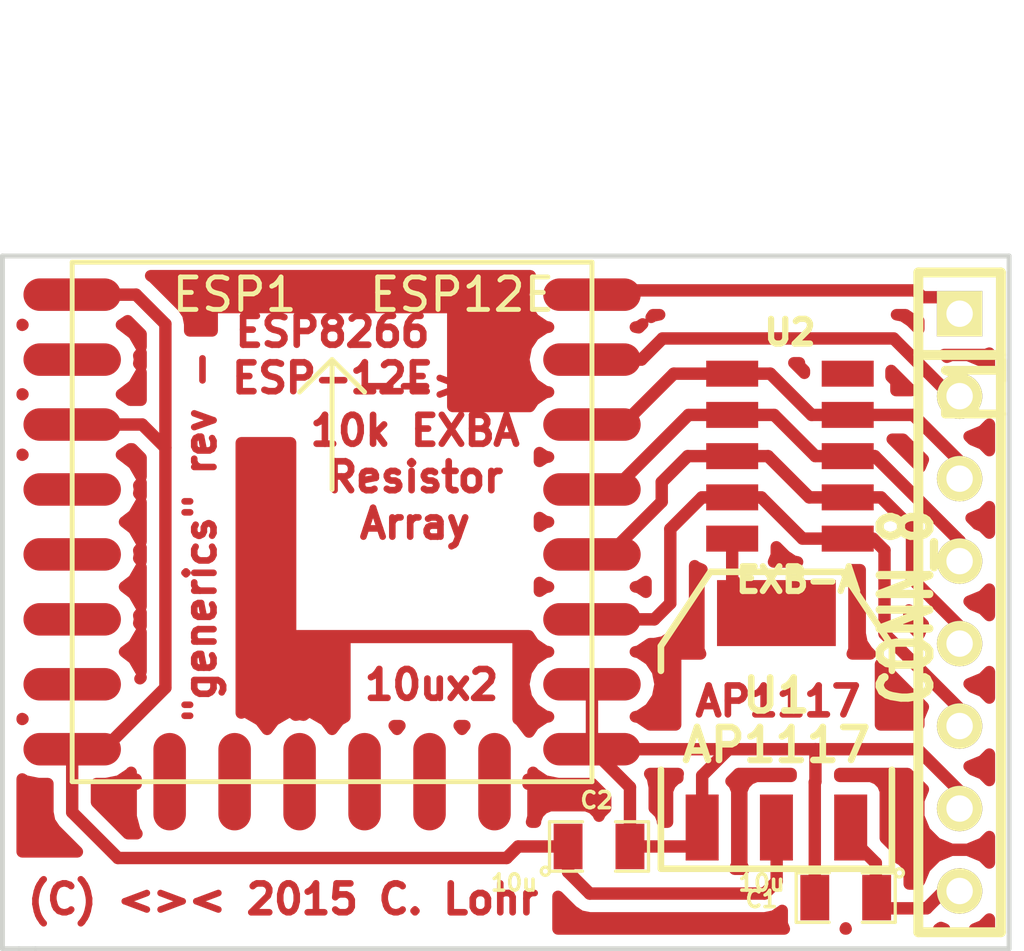
<source format=kicad_pcb>
(kicad_pcb (version 3) (host pcbnew "(2013-jul-07)-stable")

  (general
    (links 26)
    (no_connects 0)
    (area 64.440999 32.882999 95.88627 62.559001)
    (thickness 1.6)
    (drawings 12)
    (tracks 88)
    (zones 0)
    (modules 6)
    (nets 11)
  )

  (page User 139.7 139.7)
  (layers
    (15 F.Cu signal)
    (0 B.Cu signal)
    (16 B.Adhes user)
    (17 F.Adhes user)
    (18 B.Paste user)
    (19 F.Paste user)
    (20 B.SilkS user)
    (21 F.SilkS user)
    (22 B.Mask user)
    (23 F.Mask user)
    (24 Dwgs.User user)
    (25 Cmts.User user)
    (26 Eco1.User user)
    (27 Eco2.User user)
    (28 Edge.Cuts user)
  )

  (setup
    (last_trace_width 0.381)
    (trace_clearance 0.381)
    (zone_clearance 0.3556)
    (zone_45_only no)
    (trace_min 0.254)
    (segment_width 0.2)
    (edge_width 0.15)
    (via_size 0.889)
    (via_drill 0.635)
    (via_min_size 0.889)
    (via_min_drill 0.508)
    (uvia_size 0.508)
    (uvia_drill 0.127)
    (uvias_allowed no)
    (uvia_min_size 0.508)
    (uvia_min_drill 0.127)
    (pcb_text_width 0.2032)
    (pcb_text_size 0.889 0.889)
    (mod_edge_width 0.15)
    (mod_text_size 1.5 1.5)
    (mod_text_width 0.15)
    (pad_size 1.524 1.524)
    (pad_drill 0.762)
    (pad_to_mask_clearance 0.2)
    (aux_axis_origin 0 0)
    (visible_elements FFFFFFBF)
    (pcbplotparams
      (layerselection 32768)
      (usegerberextensions false)
      (excludeedgelayer true)
      (linewidth 0.100000)
      (plotframeref false)
      (viasonmask false)
      (mode 1)
      (useauxorigin false)
      (hpglpennumber 1)
      (hpglpenspeed 20)
      (hpglpendiameter 15)
      (hpglpenoverlay 2)
      (psnegative false)
      (psa4output false)
      (plotreference true)
      (plotvalue true)
      (plotothertext true)
      (plotinvisibletext false)
      (padsonsilk false)
      (subtractmaskfromsilk false)
      (outputformat 2)
      (mirror false)
      (drillshape 1)
      (scaleselection 1)
      (outputdirectory ""))
  )

  (net 0 "")
  (net 1 +3.3V)
  (net 2 +5V)
  (net 3 GND)
  (net 4 GPIO0)
  (net 5 GPIO2)
  (net 6 GPIO4)
  (net 7 GPIO5)
  (net 8 N-000003)
  (net 9 RX)
  (net 10 TX)

  (net_class Default "This is the default net class."
    (clearance 0.381)
    (trace_width 0.381)
    (via_dia 0.889)
    (via_drill 0.635)
    (uvia_dia 0.508)
    (uvia_drill 0.127)
    (add_net "")
    (add_net +3.3V)
    (add_net +5V)
    (add_net GND)
    (add_net GPIO0)
    (add_net GPIO2)
    (add_net GPIO4)
    (add_net GPIO5)
    (add_net N-000003)
    (add_net RX)
    (add_net TX)
  )

  (module SM0805 (layer F.Cu) (tedit 56195079) (tstamp 56194CC7)
    (at 90.4748 60.9092 180)
    (path /56194F36)
    (attr smd)
    (fp_text reference C1 (at 2.5908 -0.0508 180) (layer F.SilkS)
      (effects (font (size 0.50038 0.50038) (thickness 0.10922)))
    )
    (fp_text value 10u (at 2.5908 0.4572 180) (layer F.SilkS)
      (effects (font (size 0.50038 0.50038) (thickness 0.10922)))
    )
    (fp_circle (center -1.651 0.762) (end -1.651 0.635) (layer F.SilkS) (width 0.09906))
    (fp_line (start -0.508 0.762) (end -1.524 0.762) (layer F.SilkS) (width 0.09906))
    (fp_line (start -1.524 0.762) (end -1.524 -0.762) (layer F.SilkS) (width 0.09906))
    (fp_line (start -1.524 -0.762) (end -0.508 -0.762) (layer F.SilkS) (width 0.09906))
    (fp_line (start 0.508 -0.762) (end 1.524 -0.762) (layer F.SilkS) (width 0.09906))
    (fp_line (start 1.524 -0.762) (end 1.524 0.762) (layer F.SilkS) (width 0.09906))
    (fp_line (start 1.524 0.762) (end 0.508 0.762) (layer F.SilkS) (width 0.09906))
    (pad 1 smd rect (at -0.9525 0 180) (size 0.889 1.397)
      (layers F.Cu F.Paste F.Mask)
      (net 2 +5V)
    )
    (pad 2 smd rect (at 0.9525 0 180) (size 0.889 1.397)
      (layers F.Cu F.Paste F.Mask)
      (net 3 GND)
    )
    (model smd/chip_cms.wrl
      (at (xyz 0 0 0))
      (scale (xyz 0.1 0.1 0.1))
      (rotate (xyz 0 0 0))
    )
  )

  (module SM0805 (layer F.Cu) (tedit 56195074) (tstamp 56194CD4)
    (at 82.8802 59.3344)
    (path /56194F45)
    (attr smd)
    (fp_text reference C2 (at -0.0762 -1.4224) (layer F.SilkS)
      (effects (font (size 0.50038 0.50038) (thickness 0.10922)))
    )
    (fp_text value 10u (at -2.6162 1.1176) (layer F.SilkS)
      (effects (font (size 0.50038 0.50038) (thickness 0.10922)))
    )
    (fp_circle (center -1.651 0.762) (end -1.651 0.635) (layer F.SilkS) (width 0.09906))
    (fp_line (start -0.508 0.762) (end -1.524 0.762) (layer F.SilkS) (width 0.09906))
    (fp_line (start -1.524 0.762) (end -1.524 -0.762) (layer F.SilkS) (width 0.09906))
    (fp_line (start -1.524 -0.762) (end -0.508 -0.762) (layer F.SilkS) (width 0.09906))
    (fp_line (start 0.508 -0.762) (end 1.524 -0.762) (layer F.SilkS) (width 0.09906))
    (fp_line (start 1.524 -0.762) (end 1.524 0.762) (layer F.SilkS) (width 0.09906))
    (fp_line (start 1.524 0.762) (end 0.508 0.762) (layer F.SilkS) (width 0.09906))
    (pad 1 smd rect (at -0.9525 0) (size 0.889 1.397)
      (layers F.Cu F.Paste F.Mask)
      (net 1 +3.3V)
    )
    (pad 2 smd rect (at 0.9525 0) (size 0.889 1.397)
      (layers F.Cu F.Paste F.Mask)
      (net 3 GND)
    )
    (model smd/chip_cms.wrl
      (at (xyz 0 0 0))
      (scale (xyz 0.1 0.1 0.1))
      (rotate (xyz 0 0 0))
    )
  )

  (module SIL-8 (layer F.Cu) (tedit 56C7A81F) (tstamp 56194CE5)
    (at 93.98 51.816 270)
    (descr "Connecteur 8 pins")
    (tags "CONN DEV")
    (path /56194CDB)
    (fp_text reference P1 (at -6.604 -0.508 270) (layer F.SilkS)
      (effects (font (size 1.72974 1.08712) (thickness 0.3048)))
    )
    (fp_text value CONN_8 (at 0.1524 1.6256 270) (layer F.SilkS)
      (effects (font (size 1.524 1.016) (thickness 0.3048)))
    )
    (fp_line (start -10.16 -1.27) (end 10.16 -1.27) (layer F.SilkS) (width 0.3048))
    (fp_line (start 10.16 -1.27) (end 10.16 1.27) (layer F.SilkS) (width 0.3048))
    (fp_line (start 10.16 1.27) (end -10.16 1.27) (layer F.SilkS) (width 0.3048))
    (fp_line (start -10.16 1.27) (end -10.16 -1.27) (layer F.SilkS) (width 0.3048))
    (fp_line (start -7.62 1.27) (end -7.62 -1.27) (layer F.SilkS) (width 0.3048))
    (pad 1 thru_hole rect (at -8.89 0 270) (size 1.397 1.397) (drill 0.8128)
      (layers *.Cu *.Mask F.SilkS)
      (net 10 TX)
    )
    (pad 2 thru_hole circle (at -6.35 0 270) (size 1.397 1.397) (drill 0.8128)
      (layers *.Cu *.Mask F.SilkS)
      (net 9 RX)
    )
    (pad 3 thru_hole circle (at -3.81 0 270) (size 1.397 1.397) (drill 0.8128)
      (layers *.Cu *.Mask F.SilkS)
      (net 7 GPIO5)
    )
    (pad 4 thru_hole circle (at -1.27 0 270) (size 1.397 1.397) (drill 0.8128)
      (layers *.Cu *.Mask F.SilkS)
      (net 6 GPIO4)
    )
    (pad 5 thru_hole circle (at 1.27 0 270) (size 1.397 1.397) (drill 0.8128)
      (layers *.Cu *.Mask F.SilkS)
      (net 4 GPIO0)
    )
    (pad 6 thru_hole circle (at 3.81 0 270) (size 1.397 1.397) (drill 0.8128)
      (layers *.Cu *.Mask F.SilkS)
      (net 5 GPIO2)
    )
    (pad 7 thru_hole circle (at 6.35 0 270) (size 1.397 1.397) (drill 0.8128)
      (layers *.Cu *.Mask F.SilkS)
      (net 3 GND)
    )
    (pad 8 thru_hole circle (at 8.89 0 270) (size 1.397 1.397) (drill 0.8128)
      (layers *.Cu *.Mask F.SilkS)
      (net 2 +5V)
    )
  )

  (module EXB-A (layer F.Cu) (tedit 52D0B57E) (tstamp 56197883)
    (at 88.75776 47.31258)
    (path /56194CEA)
    (fp_text reference U2 (at 0 -3.81) (layer F.SilkS)
      (effects (font (size 0.762 0.762) (thickness 0.1905)))
    )
    (fp_text value EXB-A (at 0.254 3.81) (layer F.SilkS)
      (effects (font (size 0.762 0.762) (thickness 0.1905)))
    )
    (pad 1 smd rect (at -1.778 -2.54 90) (size 0.8001 1.6002)
      (layers F.Cu F.Paste F.Mask)
      (net 7 GPIO5)
    )
    (pad 2 smd rect (at -1.778 -1.27 90) (size 0.8001 1.6002)
      (layers F.Cu F.Paste F.Mask)
      (net 6 GPIO4)
    )
    (pad 3 smd rect (at -1.778 0 90) (size 0.8001 1.6002)
      (layers F.Cu F.Paste F.Mask)
      (net 4 GPIO0)
    )
    (pad 4 smd rect (at -1.778 1.27 90) (size 0.8001 1.6002)
      (layers F.Cu F.Paste F.Mask)
      (net 5 GPIO2)
    )
    (pad 5 smd rect (at -1.778 2.54 90) (size 0.8001 1.6002)
      (layers F.Cu F.Paste F.Mask)
      (net 8 N-000003)
    )
    (pad 6 smd rect (at 1.778 2.54 90) (size 0.8001 1.6002)
      (layers F.Cu F.Paste F.Mask)
      (net 5 GPIO2)
    )
    (pad 7 smd rect (at 1.778 1.27 90) (size 0.8001 1.6002)
      (layers F.Cu F.Paste F.Mask)
      (net 4 GPIO0)
    )
    (pad 8 smd rect (at 1.778 0 90) (size 0.8001 1.6002)
      (layers F.Cu F.Paste F.Mask)
      (net 6 GPIO4)
    )
    (pad 9 smd rect (at 1.778 -1.27 90) (size 0.8001 1.6002)
      (layers F.Cu F.Paste F.Mask)
      (net 7 GPIO5)
    )
    (pad 10 smd rect (at 1.778 -2.54 90) (size 0.8001 1.6002)
      (layers F.Cu F.Paste F.Mask)
    )
  )

  (module ESP12E (layer F.Cu) (tedit 560D9068) (tstamp 56194D17)
    (at 74.6633 45.339)
    (path /5619493D)
    (fp_text reference ESP1 (at -3 -3) (layer F.SilkS)
      (effects (font (size 1 1) (thickness 0.15)))
    )
    (fp_text value ESP12E (at 4 -3) (layer F.SilkS)
      (effects (font (size 1 1) (thickness 0.15)))
    )
    (fp_line (start 0 -1) (end -1 0) (layer F.SilkS) (width 0.15))
    (fp_line (start 0 -1) (end 1 0) (layer F.SilkS) (width 0.15))
    (fp_line (start 0 -1) (end 0 3) (layer F.SilkS) (width 0.15))
    (fp_line (start -8 12) (end -8 -4) (layer F.SilkS) (width 0.15))
    (fp_line (start -8 -4) (end 8 -4) (layer F.SilkS) (width 0.15))
    (fp_line (start 8 -4) (end 8 12) (layer F.SilkS) (width 0.15))
    (fp_line (start 8 -12) (end -8 -12) (layer Dwgs.User) (width 0.15))
    (fp_line (start -8 -12) (end -8 12) (layer Dwgs.User) (width 0.15))
    (fp_line (start -8 12) (end 8 12) (layer F.SilkS) (width 0.15))
    (fp_line (start 8 12) (end 8 -12) (layer Dwgs.User) (width 0.15))
    (pad 1 smd oval (at -8 -3) (size 3 1)
      (layers F.Cu F.Paste F.Mask)
      (net 1 +3.3V)
    )
    (pad 2 smd oval (at -8 -1) (size 3 1)
      (layers F.Cu F.Paste F.Mask)
    )
    (pad 3 smd oval (at -8 1) (size 3 1)
      (layers F.Cu F.Paste F.Mask)
      (net 1 +3.3V)
    )
    (pad 4 smd oval (at -8 3) (size 3 1)
      (layers F.Cu F.Paste F.Mask)
    )
    (pad 5 smd oval (at -8 5) (size 3 1)
      (layers F.Cu F.Paste F.Mask)
    )
    (pad 6 smd oval (at -8 7) (size 3 1)
      (layers F.Cu F.Paste F.Mask)
    )
    (pad 7 smd oval (at -8 9) (size 3 1)
      (layers F.Cu F.Paste F.Mask)
    )
    (pad 8 smd oval (at -8 11) (size 3 1)
      (layers F.Cu F.Paste F.Mask)
      (net 1 +3.3V)
    )
    (pad 9 smd oval (at -5 12 90) (size 3 1)
      (layers F.Cu F.Paste F.Mask)
    )
    (pad 10 smd oval (at -3 12 90) (size 3 1)
      (layers F.Cu F.Paste F.Mask)
    )
    (pad 11 smd oval (at -1 12 90) (size 3 1)
      (layers F.Cu F.Paste F.Mask)
    )
    (pad 12 smd oval (at 1 12 90) (size 3 1)
      (layers F.Cu F.Paste F.Mask)
    )
    (pad 13 smd oval (at 3 12 90) (size 3 1)
      (layers F.Cu F.Paste F.Mask)
    )
    (pad 14 smd oval (at 5 12 90) (size 3 1)
      (layers F.Cu F.Paste F.Mask)
    )
    (pad 15 smd oval (at 8 11 180) (size 3 1)
      (layers F.Cu F.Paste F.Mask)
      (net 3 GND)
    )
    (pad 16 smd oval (at 8 9 180) (size 3 1)
      (layers F.Cu F.Paste F.Mask)
      (net 3 GND)
    )
    (pad 17 smd oval (at 8 7 180) (size 3 1)
      (layers F.Cu F.Paste F.Mask)
      (net 5 GPIO2)
    )
    (pad 18 smd oval (at 8 5 180) (size 3 1)
      (layers F.Cu F.Paste F.Mask)
      (net 4 GPIO0)
    )
    (pad 19 smd oval (at 8 3 180) (size 3 1)
      (layers F.Cu F.Paste F.Mask)
      (net 6 GPIO4)
    )
    (pad 20 smd oval (at 8 1 180) (size 3 1)
      (layers F.Cu F.Paste F.Mask)
      (net 7 GPIO5)
    )
    (pad 21 smd oval (at 8 -1 180) (size 3 1)
      (layers F.Cu F.Paste F.Mask)
      (net 9 RX)
    )
    (pad 22 smd oval (at 8 -3 180) (size 3 1)
      (layers F.Cu F.Paste F.Mask)
      (net 10 TX)
    )
  )

  (module SOT223 (layer F.Cu) (tedit 200000) (tstamp 561976D8)
    (at 88.3412 55.4482)
    (descr "module CMS SOT223 4 pins")
    (tags "CMS SOT")
    (path /5619494C)
    (attr smd)
    (fp_text reference U1 (at 0 -0.762) (layer F.SilkS)
      (effects (font (size 1.016 1.016) (thickness 0.2032)))
    )
    (fp_text value AP1117 (at 0 0.762) (layer F.SilkS)
      (effects (font (size 1.016 1.016) (thickness 0.2032)))
    )
    (fp_line (start -3.556 1.524) (end -3.556 4.572) (layer F.SilkS) (width 0.2032))
    (fp_line (start -3.556 4.572) (end 3.556 4.572) (layer F.SilkS) (width 0.2032))
    (fp_line (start 3.556 4.572) (end 3.556 1.524) (layer F.SilkS) (width 0.2032))
    (fp_line (start -3.556 -1.524) (end -3.556 -2.286) (layer F.SilkS) (width 0.2032))
    (fp_line (start -3.556 -2.286) (end -2.032 -4.572) (layer F.SilkS) (width 0.2032))
    (fp_line (start -2.032 -4.572) (end 2.032 -4.572) (layer F.SilkS) (width 0.2032))
    (fp_line (start 2.032 -4.572) (end 3.556 -2.286) (layer F.SilkS) (width 0.2032))
    (fp_line (start 3.556 -2.286) (end 3.556 -1.524) (layer F.SilkS) (width 0.2032))
    (pad 4 smd rect (at 0 -3.302) (size 3.6576 2.032)
      (layers F.Cu F.Paste F.Mask)
      (net 8 N-000003)
    )
    (pad 2 smd rect (at 0 3.302) (size 1.016 2.032)
      (layers F.Cu F.Paste F.Mask)
      (net 1 +3.3V)
    )
    (pad 3 smd rect (at 2.286 3.302) (size 1.016 2.032)
      (layers F.Cu F.Paste F.Mask)
      (net 2 +5V)
    )
    (pad 1 smd rect (at -2.286 3.302) (size 1.016 2.032)
      (layers F.Cu F.Paste F.Mask)
      (net 3 GND)
    )
    (model smd/SOT223.wrl
      (at (xyz 0 0 0))
      (scale (xyz 0.4 0.4 0.4))
      (rotate (xyz 0 0 0))
    )
  )

  (gr_text "\"generics\" rev -" (at 70.612 49.784 90) (layer F.Cu)
    (effects (font (size 0.889 0.889) (thickness 0.2032)))
  )
  (gr_text "(C) <>< 2015 C. Lohr" (at 73.152 60.96) (layer F.Cu)
    (effects (font (size 0.889 0.889) (thickness 0.2032)))
  )
  (gr_text 10ux2 (at 77.724 54.356) (layer F.Cu)
    (effects (font (size 0.889 0.889) (thickness 0.2032)))
  )
  (gr_text "-->\n10k EXBA\nResistor\nArray" (at 77.216 47.244) (layer F.Cu)
    (effects (font (size 0.889 0.889) (thickness 0.2032)))
  )
  (gr_text "ESP8266\nESP-12E" (at 74.676 44.196) (layer F.Cu)
    (effects (font (size 0.889 0.889) (thickness 0.2032)))
  )
  (gr_text AP1117 (at 88.392 54.864) (layer F.Cu)
    (effects (font (size 0.889 0.889) (thickness 0.2032)))
  )
  (gr_line (start 64.516 41.148) (end 95.504 41.148) (angle 90) (layer Edge.Cuts) (width 0.15))
  (gr_line (start 64.516 62.484) (end 64.516 41.148) (angle 90) (layer Edge.Cuts) (width 0.15))
  (gr_line (start 65.024 62.484) (end 64.516 62.484) (angle 90) (layer Edge.Cuts) (width 0.15))
  (gr_line (start 65.532 62.484) (end 65.024 62.484) (angle 90) (layer Edge.Cuts) (width 0.15))
  (gr_line (start 95.504 62.484) (end 65.532 62.484) (angle 90) (layer Edge.Cuts) (width 0.15))
  (gr_line (start 95.504 41.148) (end 95.504 62.484) (angle 90) (layer Edge.Cuts) (width 0.15))

  (segment (start 81.9277 59.3344) (end 81.9277 60.11926) (width 0.381) (layer F.Cu) (net 1))
  (segment (start 88.34882 60.4139) (end 88.34882 59.07786) (width 0.381) (layer F.Cu) (net 1) (tstamp 5619797D))
  (segment (start 87.97798 60.78474) (end 88.34882 60.4139) (width 0.381) (layer F.Cu) (net 1) (tstamp 5619797C))
  (segment (start 82.59318 60.78474) (end 87.97798 60.78474) (width 0.381) (layer F.Cu) (net 1) (tstamp 5619797A))
  (segment (start 81.9277 60.11926) (end 82.59318 60.78474) (width 0.381) (layer F.Cu) (net 1) (tstamp 56197979))
  (segment (start 81.9277 59.3344) (end 80.391 59.3344) (width 0.381) (layer F.Cu) (net 1))
  (segment (start 66.6633 58.2813) (end 66.6633 56.339) (width 0.381) (layer F.Cu) (net 1) (tstamp 56197976))
  (segment (start 68.072 59.69) (end 66.6633 58.2813) (width 0.381) (layer F.Cu) (net 1) (tstamp 56197975))
  (segment (start 80.0354 59.69) (end 68.072 59.69) (width 0.381) (layer F.Cu) (net 1) (tstamp 56197974))
  (segment (start 80.391 59.3344) (end 80.0354 59.69) (width 0.381) (layer F.Cu) (net 1) (tstamp 56197973))
  (segment (start 66.6633 42.339) (end 68.628 42.339) (width 0.381) (layer F.Cu) (net 1))
  (segment (start 69.5325 43.2435) (end 69.5325 47.0535) (width 0.381) (layer F.Cu) (net 1) (tstamp 56197853))
  (segment (start 68.628 42.339) (end 69.5325 43.2435) (width 0.381) (layer F.Cu) (net 1) (tstamp 56197852))
  (segment (start 66.6633 56.339) (end 67.6384 56.339) (width 0.381) (layer F.Cu) (net 1))
  (segment (start 68.818 46.339) (end 66.6633 46.339) (width 0.381) (layer F.Cu) (net 1) (tstamp 5619784F))
  (segment (start 69.5325 47.0535) (end 68.818 46.339) (width 0.381) (layer F.Cu) (net 1) (tstamp 5619784E))
  (segment (start 69.5325 54.4449) (end 69.5325 47.0535) (width 0.381) (layer F.Cu) (net 1) (tstamp 5619784C))
  (segment (start 67.6384 56.339) (end 69.5325 54.4449) (width 0.381) (layer F.Cu) (net 1) (tstamp 5619784B))
  (segment (start 91.4019 61.2394) (end 92.964 61.2394) (width 0.381) (layer F.Cu) (net 2))
  (segment (start 92.964 61.2394) (end 94.0054 60.198) (width 0.381) (layer F.Cu) (net 2) (tstamp 56197992))
  (segment (start 91.4019 61.2394) (end 91.4019 59.84494) (width 0.381) (layer F.Cu) (net 2))
  (segment (start 91.4019 59.84494) (end 90.63482 59.07786) (width 0.381) (layer F.Cu) (net 2) (tstamp 5619798F))
  (segment (start 86.0552 58.7502) (end 86.0552 57.15254) (width 0.381) (layer F.Cu) (net 3))
  (segment (start 86.0552 57.15254) (end 86.86874 56.339) (width 0.381) (layer F.Cu) (net 3) (tstamp 561979BC))
  (segment (start 89.5223 60.9092) (end 89.5223 57.35828) (width 0.381) (layer F.Cu) (net 3))
  (segment (start 89.54262 57.33796) (end 89.54262 56.339) (width 0.381) (layer F.Cu) (net 3) (tstamp 561979B6))
  (segment (start 89.5223 57.35828) (end 89.54262 57.33796) (width 0.381) (layer F.Cu) (net 3) (tstamp 561979B5))
  (segment (start 82.6633 56.339) (end 86.86874 56.339) (width 0.381) (layer F.Cu) (net 3))
  (segment (start 86.86874 56.339) (end 89.54262 56.339) (width 0.381) (layer F.Cu) (net 3) (tstamp 561979BF))
  (segment (start 89.54262 56.339) (end 92.6864 56.339) (width 0.381) (layer F.Cu) (net 3) (tstamp 561979BA))
  (segment (start 92.6864 56.339) (end 94.0054 57.658) (width 0.381) (layer F.Cu) (net 3) (tstamp 5619796E))
  (segment (start 82.6633 56.339) (end 82.6633 54.339) (width 0.381) (layer F.Cu) (net 3))
  (segment (start 83.8327 59.3344) (end 83.8327 57.5084) (width 0.381) (layer F.Cu) (net 3))
  (segment (start 83.8327 57.5084) (end 82.6633 56.339) (width 0.381) (layer F.Cu) (net 3) (tstamp 56197969))
  (segment (start 83.8327 59.3344) (end 85.80628 59.3344) (width 0.381) (layer F.Cu) (net 3))
  (segment (start 85.80628 59.3344) (end 86.06282 59.07786) (width 0.381) (layer F.Cu) (net 3) (tstamp 56197966))
  (segment (start 90.53576 48.58258) (end 91.55938 48.58258) (width 0.381) (layer F.Cu) (net 4))
  (segment (start 92.51442 51.08702) (end 94.0054 52.578) (width 0.381) (layer F.Cu) (net 4) (tstamp 56197939))
  (segment (start 92.51442 49.53762) (end 92.51442 51.08702) (width 0.381) (layer F.Cu) (net 4) (tstamp 56197938))
  (segment (start 91.55938 48.58258) (end 92.51442 49.53762) (width 0.381) (layer F.Cu) (net 4) (tstamp 56197937))
  (segment (start 86.97976 47.31258) (end 88.08212 47.31258) (width 0.381) (layer F.Cu) (net 4))
  (segment (start 89.35212 48.58258) (end 90.53576 48.58258) (width 0.381) (layer F.Cu) (net 4) (tstamp 5619791D))
  (segment (start 88.08212 47.31258) (end 89.35212 48.58258) (width 0.381) (layer F.Cu) (net 4) (tstamp 5619791C))
  (segment (start 86.97976 47.31258) (end 85.6107 47.31258) (width 0.381) (layer F.Cu) (net 4))
  (segment (start 83.1888 50.339) (end 82.6633 50.339) (width 0.381) (layer F.Cu) (net 4) (tstamp 561978F9))
  (segment (start 84.8106 48.7172) (end 83.1888 50.339) (width 0.381) (layer F.Cu) (net 4) (tstamp 561978F8))
  (segment (start 84.8106 48.11268) (end 84.8106 48.7172) (width 0.381) (layer F.Cu) (net 4) (tstamp 561978F7))
  (segment (start 85.6107 47.31258) (end 84.8106 48.11268) (width 0.381) (layer F.Cu) (net 4) (tstamp 561978F6))
  (segment (start 90.53576 49.85258) (end 91.31046 49.85258) (width 0.381) (layer F.Cu) (net 5))
  (segment (start 91.6686 52.7812) (end 94.0054 55.118) (width 0.381) (layer F.Cu) (net 5) (tstamp 5619793E))
  (segment (start 91.6686 50.21072) (end 91.6686 52.7812) (width 0.381) (layer F.Cu) (net 5) (tstamp 5619793D))
  (segment (start 91.31046 49.85258) (end 91.6686 50.21072) (width 0.381) (layer F.Cu) (net 5) (tstamp 5619793C))
  (segment (start 86.97976 48.58258) (end 87.87638 48.58258) (width 0.381) (layer F.Cu) (net 5))
  (segment (start 89.14638 49.85258) (end 90.53576 49.85258) (width 0.381) (layer F.Cu) (net 5) (tstamp 56197919))
  (segment (start 87.87638 48.58258) (end 89.14638 49.85258) (width 0.381) (layer F.Cu) (net 5) (tstamp 56197918))
  (segment (start 86.97976 48.58258) (end 86.04758 48.58258) (width 0.381) (layer F.Cu) (net 5))
  (segment (start 84.58224 52.339) (end 82.6633 52.339) (width 0.381) (layer F.Cu) (net 5) (tstamp 561978FF))
  (segment (start 85.07476 51.84648) (end 84.58224 52.339) (width 0.381) (layer F.Cu) (net 5) (tstamp 561978FE))
  (segment (start 85.07476 49.5554) (end 85.07476 51.84648) (width 0.381) (layer F.Cu) (net 5) (tstamp 561978FD))
  (segment (start 86.04758 48.58258) (end 85.07476 49.5554) (width 0.381) (layer F.Cu) (net 5) (tstamp 561978FC))
  (segment (start 93.98 50.546) (end 93.98 49.925566) (width 0.381) (layer F.Cu) (net 6))
  (segment (start 91.367014 47.31258) (end 90.53576 47.31258) (width 0.381) (layer F.Cu) (net 6) (tstamp 56197A17))
  (segment (start 93.98 49.925566) (end 91.367014 47.31258) (width 0.381) (layer F.Cu) (net 6) (tstamp 56197A16))
  (segment (start 86.97976 46.04258) (end 88.27008 46.04258) (width 0.381) (layer F.Cu) (net 6))
  (segment (start 89.54008 47.31258) (end 90.53576 47.31258) (width 0.381) (layer F.Cu) (net 6) (tstamp 56197921))
  (segment (start 88.27008 46.04258) (end 89.54008 47.31258) (width 0.381) (layer F.Cu) (net 6) (tstamp 56197920))
  (segment (start 86.97976 46.04258) (end 85.6361 46.04258) (width 0.381) (layer F.Cu) (net 6))
  (segment (start 83.33968 48.339) (end 82.6633 48.339) (width 0.381) (layer F.Cu) (net 6) (tstamp 561978F3))
  (segment (start 85.6361 46.04258) (end 83.33968 48.339) (width 0.381) (layer F.Cu) (net 6) (tstamp 561978F2))
  (segment (start 90.53576 46.04258) (end 92.54998 46.04258) (width 0.381) (layer F.Cu) (net 7))
  (segment (start 92.54998 46.04258) (end 94.0054 47.498) (width 0.381) (layer F.Cu) (net 7) (tstamp 56197929))
  (segment (start 86.97976 44.77258) (end 88.15324 44.77258) (width 0.381) (layer F.Cu) (net 7))
  (segment (start 89.42324 46.04258) (end 90.53576 46.04258) (width 0.381) (layer F.Cu) (net 7) (tstamp 56197925))
  (segment (start 88.15324 44.77258) (end 89.42324 46.04258) (width 0.381) (layer F.Cu) (net 7) (tstamp 56197924))
  (segment (start 86.97976 44.77258) (end 85.18144 44.77258) (width 0.381) (layer F.Cu) (net 7))
  (segment (start 83.61502 46.339) (end 82.6633 46.339) (width 0.381) (layer F.Cu) (net 7) (tstamp 561978EF))
  (segment (start 85.18144 44.77258) (end 83.61502 46.339) (width 0.381) (layer F.Cu) (net 7) (tstamp 561978EE))
  (segment (start 86.97976 49.85258) (end 86.97976 51.1048) (width 0.381) (layer F.Cu) (net 8))
  (segment (start 86.97976 51.1048) (end 88.34882 52.47386) (width 0.381) (layer F.Cu) (net 8) (tstamp 56197915))
  (segment (start 93.98 45.466) (end 93.726 45.466) (width 0.381) (layer F.Cu) (net 9))
  (segment (start 84.185 44.339) (end 82.6633 44.339) (width 0.381) (layer F.Cu) (net 9) (tstamp 56197A1E))
  (segment (start 84.836 43.688) (end 84.185 44.339) (width 0.381) (layer F.Cu) (net 9) (tstamp 56197A1D))
  (segment (start 91.948 43.688) (end 84.836 43.688) (width 0.381) (layer F.Cu) (net 9) (tstamp 56197A1B))
  (segment (start 93.726 45.466) (end 91.948 43.688) (width 0.381) (layer F.Cu) (net 9) (tstamp 56197A1A))
  (segment (start 94.0054 42.418) (end 92.83192 42.418) (width 0.381) (layer F.Cu) (net 10))
  (segment (start 82.79512 42.20718) (end 82.6633 42.339) (width 0.381) (layer F.Cu) (net 10) (tstamp 561978D0))
  (segment (start 92.6211 42.20718) (end 82.79512 42.20718) (width 0.381) (layer F.Cu) (net 10) (tstamp 561978CF))
  (segment (start 92.83192 42.418) (end 92.6211 42.20718) (width 0.381) (layer F.Cu) (net 10) (tstamp 561978CE))

  (zone (net 0) (net_name "") (layer F.Cu) (tstamp 56197A13) (hatch edge 0.508)
    (connect_pads (clearance 0.3556))
    (min_thickness 0.3556)
    (fill (arc_segments 16) (thermal_gap 0.508) (thermal_bridge_width 0.508))
    (polygon
      (pts
        (xy 95.504 62.484) (xy 95.504 41.148) (xy 64.516 41.148) (xy 64.516 62.484) (xy 65.024 62.484)
      )
    )
    (filled_polygon
      (pts
        (xy 65.147654 43.270347) (xy 65.139114 43.272624) (xy 65.1244 43.283884) (xy 65.1244 43.254808) (xy 65.147654 43.270347)
      )
    )
    (filled_polygon
      (pts
        (xy 65.147654 45.407652) (xy 65.1244 45.423191) (xy 65.1244 45.394115) (xy 65.139114 45.405376) (xy 65.147654 45.407652)
      )
    )
    (filled_polygon
      (pts
        (xy 65.147654 47.270347) (xy 65.139114 47.272624) (xy 65.1244 47.283884) (xy 65.1244 47.254808) (xy 65.147654 47.270347)
      )
    )
    (filled_polygon
      (pts
        (xy 65.147654 55.407652) (xy 65.1244 55.423191) (xy 65.1244 55.394115) (xy 65.139114 55.405376) (xy 65.147654 55.407652)
      )
    )
    (filled_polygon
      (pts
        (xy 66.821829 59.4995) (xy 65.1244 59.4995) (xy 65.1244 57.254808) (xy 65.217781 57.317204) (xy 65.622966 57.3978)
        (xy 65.914 57.3978) (xy 65.914 58.2813) (xy 65.971037 58.568045) (xy 66.133465 58.811135) (xy 66.821829 59.4995)
      )
    )
    (filled_polygon
      (pts
        (xy 68.656245 58.9407) (xy 68.38237 58.9407) (xy 67.4126 57.970929) (xy 67.4126 57.3978) (xy 67.703634 57.3978)
        (xy 68.108819 57.317204) (xy 68.452319 57.087685) (xy 68.4775 57.049998) (xy 68.4775 57.2628) (xy 68.6299 57.2628)
        (xy 68.6299 57.4152) (xy 68.4775 57.4152) (xy 68.4775 58.4152) (xy 68.596924 58.863186) (xy 68.656245 58.9407)
      )
    )
    (filled_polygon
      (pts
        (xy 68.7832 43.947328) (xy 68.555669 43.554394) (xy 68.187486 43.272624) (xy 68.178945 43.270347) (xy 68.37121 43.14188)
        (xy 68.7832 43.55387) (xy 68.7832 43.947328)
      )
    )
    (filled_polygon
      (pts
        (xy 68.7832 44.552553) (xy 68.712 44.46235) (xy 68.736536 44.339) (xy 68.712 44.215649) (xy 68.7832 44.125446)
        (xy 68.7832 44.552553)
      )
    )
    (filled_polygon
      (pts
        (xy 68.7832 45.5897) (xy 68.451398 45.5897) (xy 68.178945 45.407652) (xy 68.187486 45.405376) (xy 68.555669 45.123606)
        (xy 68.7832 44.730671) (xy 68.7832 45.5897)
      )
    )
    (filled_polygon
      (pts
        (xy 68.7832 47.947328) (xy 68.555669 47.554394) (xy 68.187486 47.272624) (xy 68.178945 47.270347) (xy 68.451398 47.0883)
        (xy 68.507629 47.0883) (xy 68.7832 47.36387) (xy 68.7832 47.947328)
      )
    )
    (filled_polygon
      (pts
        (xy 68.7832 48.552553) (xy 68.712 48.46235) (xy 68.736536 48.339) (xy 68.712 48.215649) (xy 68.7832 48.125446)
        (xy 68.7832 48.552553)
      )
    )
    (filled_polygon
      (pts
        (xy 68.7832 49.947328) (xy 68.555669 49.554394) (xy 68.274218 49.339) (xy 68.555669 49.123606) (xy 68.7832 48.730671)
        (xy 68.7832 49.947328)
      )
    )
    (filled_polygon
      (pts
        (xy 68.7832 50.552553) (xy 68.712 50.46235) (xy 68.736536 50.339) (xy 68.712 50.215649) (xy 68.7832 50.125446)
        (xy 68.7832 50.552553)
      )
    )
    (filled_polygon
      (pts
        (xy 68.7832 51.947328) (xy 68.555669 51.554394) (xy 68.274218 51.339) (xy 68.555669 51.123606) (xy 68.7832 50.730671)
        (xy 68.7832 51.947328)
      )
    )
    (filled_polygon
      (pts
        (xy 68.7832 52.552553) (xy 68.712 52.46235) (xy 68.736536 52.339) (xy 68.712 52.215649) (xy 68.7832 52.125446)
        (xy 68.7832 52.552553)
      )
    )
    (filled_polygon
      (pts
        (xy 68.7832 53.947328) (xy 68.555669 53.554394) (xy 68.274218 53.339) (xy 68.555669 53.123606) (xy 68.7832 52.730671)
        (xy 68.7832 53.947328)
      )
    )
    (filled_polygon
      (pts
        (xy 68.7832 54.13453) (xy 68.749166 54.168563) (xy 68.7832 54.125446) (xy 68.7832 54.13453)
      )
    )
    (filled_polygon
      (pts
        (xy 76.751142 55.6133) (xy 76.6633 55.728081) (xy 76.575457 55.6133) (xy 76.751142 55.6133)
      )
    )
    (filled_polygon
      (pts
        (xy 78.751142 55.6133) (xy 78.6633 55.728081) (xy 78.575457 55.6133) (xy 78.751142 55.6133)
      )
    )
    (filled_polygon
      (pts
        (xy 81.327357 45.339) (xy 81.217781 45.360796) (xy 80.874281 45.590315) (xy 80.745199 45.7835) (xy 78.380167 45.7835)
        (xy 78.380167 42.7355) (xy 70.971833 42.7355) (xy 70.971833 43.455168) (xy 70.2818 43.455168) (xy 70.2818 43.2435)
        (xy 70.224763 42.956755) (xy 70.062335 42.713665) (xy 69.157835 41.809165) (xy 69.078866 41.7564) (xy 80.763306 41.7564)
        (xy 80.644762 41.933815) (xy 80.564166 42.339) (xy 80.644762 42.744185) (xy 80.874281 43.087685) (xy 81.217781 43.317204)
        (xy 81.327357 43.339) (xy 81.217781 43.360796) (xy 80.874281 43.590315) (xy 80.644762 43.933815) (xy 80.564166 44.339)
        (xy 80.644762 44.744185) (xy 80.874281 45.087685) (xy 81.217781 45.317204) (xy 81.327357 45.339)
      )
    )
    (filled_polygon
      (pts
        (xy 81.327357 47.339) (xy 81.217781 47.360796) (xy 81.047167 47.474796) (xy 81.047167 47.203203) (xy 81.217781 47.317204)
        (xy 81.327357 47.339)
      )
    )
    (filled_polygon
      (pts
        (xy 81.327357 49.339) (xy 81.217781 49.360796) (xy 81.047167 49.474796) (xy 81.047167 49.203203) (xy 81.217781 49.317204)
        (xy 81.327357 49.339)
      )
    )
    (filled_polygon
      (pts
        (xy 81.327357 51.339) (xy 81.217781 51.360796) (xy 81.047167 51.474796) (xy 81.047167 51.203203) (xy 81.217781 51.317204)
        (xy 81.327357 51.339)
      )
    )
    (filled_polygon
      (pts
        (xy 81.327357 55.339) (xy 81.217781 55.360796) (xy 80.874281 55.590315) (xy 80.726792 55.811046) (xy 80.447906 55.446631)
        (xy 80.391001 55.413679) (xy 80.391001 52.8955) (xy 75.057 52.8955) (xy 75.057 55.343381) (xy 74.878694 55.446631)
        (xy 74.6633 55.728081) (xy 74.447906 55.446631) (xy 74.046687 55.214303) (xy 73.923678 55.18214) (xy 73.78665 55.290299)
        (xy 73.6633 55.265764) (xy 73.539949 55.290299) (xy 73.402922 55.18214) (xy 73.279913 55.214303) (xy 72.878694 55.446631)
        (xy 72.6633 55.728081) (xy 72.447906 55.446631) (xy 72.046687 55.214303) (xy 71.923678 55.18214) (xy 71.8693 55.225062)
        (xy 71.8693 46.9011) (xy 73.384833 46.9011) (xy 73.384833 52.8447) (xy 80.711923 52.8447) (xy 80.874281 53.087685)
        (xy 81.217781 53.317204) (xy 81.327357 53.339) (xy 81.217781 53.360796) (xy 80.874281 53.590315) (xy 80.644762 53.933815)
        (xy 80.564166 54.339) (xy 80.644762 54.744185) (xy 80.874281 55.087685) (xy 81.217781 55.317204) (xy 81.327357 55.339)
      )
    )
    (filled_polygon
      (pts
        (xy 83.0834 58.157219) (xy 83.07208 58.161897) (xy 82.91475 58.318952) (xy 82.88022 58.402107) (xy 82.846203 58.31978)
        (xy 82.689148 58.16245) (xy 82.48384 58.077198) (xy 82.261536 58.077004) (xy 81.372536 58.077004) (xy 81.16708 58.161897)
        (xy 81.00975 58.318952) (xy 80.924498 58.52426) (xy 80.924444 58.5851) (xy 80.803808 58.5851) (xy 80.8491 58.4152)
        (xy 80.8491 57.4152) (xy 80.6967 57.4152) (xy 80.6967 57.2628) (xy 80.8491 57.2628) (xy 80.8491 57.049998)
        (xy 80.874281 57.087685) (xy 81.217781 57.317204) (xy 81.622966 57.3978) (xy 82.66243 57.3978) (xy 83.0834 57.81877)
        (xy 83.0834 58.157219)
      )
    )
    (filled_polygon
      (pts
        (xy 84.224263 43.240066) (xy 84.10441 43.359919) (xy 83.999242 43.339) (xy 84.108819 43.317204) (xy 84.224263 43.240066)
      )
    )
    (filled_polygon
      (pts
        (xy 84.32546 51.50555) (xy 84.108819 51.360796) (xy 83.999242 51.339) (xy 84.108819 51.317204) (xy 84.32546 51.172449)
        (xy 84.32546 51.50555)
      )
    )
    (filled_polygon
      (pts
        (xy 84.746613 42.95648) (xy 84.549255 42.995737) (xy 84.485124 43.038587) (xy 84.539987 42.95648) (xy 84.746613 42.95648)
      )
    )
    (filled_polygon
      (pts
        (xy 85.318678 57.0883) (xy 85.3059 57.15254) (xy 85.3059 57.229281) (xy 85.23108 57.260197) (xy 85.07375 57.417252)
        (xy 84.988498 57.62256) (xy 84.988304 57.844864) (xy 84.988304 58.5851) (xy 84.836096 58.5851) (xy 84.836096 58.525236)
        (xy 84.751203 58.31978) (xy 84.594148 58.16245) (xy 84.582 58.157405) (xy 84.582 57.5084) (xy 84.524963 57.221655)
        (xy 84.440654 57.095478) (xy 84.451398 57.0883) (xy 85.318678 57.0883)
      )
    )
    (filled_polygon
      (pts
        (xy 86.048848 50.803371) (xy 86.03895 50.813252) (xy 85.953698 51.01856) (xy 85.953504 51.240864) (xy 85.953504 53.272864)
        (xy 86.007481 53.4035) (xy 85.238166 53.4035) (xy 85.238166 55.5897) (xy 84.451398 55.5897) (xy 84.108819 55.360796)
        (xy 83.999242 55.339) (xy 84.108819 55.317204) (xy 84.452319 55.087685) (xy 84.681838 54.744185) (xy 84.762434 54.339)
        (xy 84.681838 53.933815) (xy 84.452319 53.590315) (xy 84.108819 53.360796) (xy 83.999242 53.339) (xy 84.108819 53.317204)
        (xy 84.451398 53.0883) (xy 84.58224 53.0883) (xy 84.868985 53.031263) (xy 85.112075 52.868835) (xy 85.604595 52.376315)
        (xy 85.767023 52.133225) (xy 85.82406 51.84648) (xy 85.82406 50.68736) (xy 85.862712 50.72608) (xy 86.048848 50.803371)
      )
    )
    (filled_polygon
      (pts
        (xy 88.583872 61.8756) (xy 81.618667 61.8756) (xy 81.618667 60.869897) (xy 82.063344 61.314575) (xy 82.063345 61.314575)
        (xy 82.306435 61.477003) (xy 82.593179 61.534039) (xy 82.59318 61.53404) (xy 87.97798 61.53404) (xy 88.264725 61.477003)
        (xy 88.507815 61.314575) (xy 88.518904 61.303486) (xy 88.518904 61.718364) (xy 88.583872 61.8756)
      )
    )
    (filled_polygon
      (pts
        (xy 88.79332 57.175351) (xy 88.738536 57.175304) (xy 87.722536 57.175304) (xy 87.51708 57.260197) (xy 87.35975 57.417252)
        (xy 87.274498 57.62256) (xy 87.274304 57.844864) (xy 87.274304 59.876864) (xy 87.339826 60.03544) (xy 87.05646 60.03544)
        (xy 87.121902 59.87784) (xy 87.122096 59.655536) (xy 87.122096 57.623536) (xy 87.037203 57.41808) (xy 86.943348 57.324061)
        (xy 87.17911 57.0883) (xy 88.79332 57.0883) (xy 88.79332 57.175351)
      )
    )
    (filled_polygon
      (pts
        (xy 88.992663 50.571304) (xy 88.25158 50.571304) (xy 88.25331 50.569578) (xy 88.338562 50.36427) (xy 88.338756 50.141966)
        (xy 88.338756 50.104626) (xy 88.616545 50.382415) (xy 88.859635 50.544843) (xy 88.992663 50.571304)
      )
    )
    (filled_polygon
      (pts
        (xy 89.202169 44.761839) (xy 88.87763 44.4373) (xy 89.049824 44.4373) (xy 89.04986 44.52493) (xy 89.202169 44.677239)
        (xy 89.202169 44.761839)
      )
    )
    (filled_polygon
      (pts
        (xy 90.488872 61.8756) (xy 90.460616 61.8756) (xy 90.474779 61.841492) (xy 90.488872 61.8756)
      )
    )
    (filled_polygon
      (pts
        (xy 91.23123 53.4035) (xy 90.674862 53.4035) (xy 90.728702 53.27384) (xy 90.728896 53.051536) (xy 90.728896 51.019536)
        (xy 90.644003 50.81408) (xy 90.641453 50.811526) (xy 90.9193 50.811526) (xy 90.9193 52.7812) (xy 90.976337 53.067945)
        (xy 91.138765 53.311035) (xy 91.23123 53.4035)
      )
    )
    (filled_polygon
      (pts
        (xy 92.493609 45.29328) (xy 92.021771 45.29328) (xy 92.02166 45.02023) (xy 91.869351 44.867921) (xy 91.869351 44.677239)
        (xy 91.873459 44.67313) (xy 92.493609 45.29328)
      )
    )
    (filled_polygon
      (pts
        (xy 92.722604 43.402933) (xy 92.477835 43.158165) (xy 92.234745 42.995737) (xy 92.037386 42.95648) (xy 92.315023 42.95648)
        (xy 92.545175 43.110263) (xy 92.722604 43.145555) (xy 92.722604 43.402933)
      )
    )
    (filled_polygon
      (pts
        (xy 92.863642 47.415912) (xy 92.765755 47.651651) (xy 91.905984 46.79188) (xy 92.239609 46.79188) (xy 92.863642 47.415912)
      )
    )
    (filled_polygon
      (pts
        (xy 92.863642 52.495912) (xy 92.740219 52.793149) (xy 92.4179 52.47083) (xy 92.4179 52.05017) (xy 92.863642 52.495912)
      )
    )
    (filled_polygon
      (pts
        (xy 92.863642 55.035912) (xy 92.72292 55.374811) (xy 92.722725 55.596925) (xy 92.6864 55.5897) (xy 91.545834 55.5897)
        (xy 91.545834 53.718104) (xy 92.863642 55.035912)
      )
    )
    (filled_polygon
      (pts
        (xy 93.518134 61.8756) (xy 93.334648 61.8756) (xy 93.404972 61.828611) (xy 93.518134 61.8756)
      )
    )
    (filled_polygon
      (pts
        (xy 94.8956 44.603556) (xy 94.693133 44.400735) (xy 94.231189 44.20892) (xy 93.731005 44.208483) (xy 93.587463 44.267793)
        (xy 93.503066 44.183396) (xy 94.789164 44.183396) (xy 94.8956 44.139417) (xy 94.8956 44.603556)
      )
    )
    (filled_polygon
      (pts
        (xy 94.8956 47.143556) (xy 94.693133 46.940735) (xy 94.376207 46.809136) (xy 94.272579 46.705508) (xy 94.691272 46.532508)
        (xy 94.8956 46.328536) (xy 94.8956 47.143556)
      )
    )
    (filled_polygon
      (pts
        (xy 94.8956 49.683556) (xy 94.693133 49.480735) (xy 94.518058 49.408037) (xy 94.509835 49.395731) (xy 94.334165 49.220061)
        (xy 94.691272 49.072508) (xy 94.8956 48.868536) (xy 94.8956 49.683556)
      )
    )
    (filled_polygon
      (pts
        (xy 94.8956 52.223556) (xy 94.693133 52.020735) (xy 94.376206 51.889136) (xy 94.272578 51.785508) (xy 94.691272 51.612508)
        (xy 94.8956 51.408536) (xy 94.8956 52.223556)
      )
    )
    (filled_polygon
      (pts
        (xy 94.8956 54.763556) (xy 94.693133 54.560735) (xy 94.376206 54.429136) (xy 94.272578 54.325508) (xy 94.691272 54.152508)
        (xy 94.8956 53.948536) (xy 94.8956 54.763556)
      )
    )
    (filled_polygon
      (pts
        (xy 94.8956 57.303556) (xy 94.693133 57.100735) (xy 94.376207 56.969136) (xy 94.272579 56.865508) (xy 94.691272 56.692508)
        (xy 94.8956 56.488536) (xy 94.8956 57.303556)
      )
    )
    (filled_polygon
      (pts
        (xy 94.8956 59.843556) (xy 94.693133 59.640735) (xy 94.231189 59.44892) (xy 94.005514 59.448722) (xy 94.0054 59.4487)
        (xy 94.005286 59.448722) (xy 93.731005 59.448483) (xy 93.268728 59.639492) (xy 92.914735 59.992867) (xy 92.747063 60.396666)
        (xy 92.65363 60.4901) (xy 92.430696 60.4901) (xy 92.430696 60.100036) (xy 92.345803 59.89458) (xy 92.188748 59.73725)
        (xy 92.12447 59.710559) (xy 92.094163 59.558195) (xy 91.931735 59.315105) (xy 91.931734 59.315104) (xy 91.694096 59.077466)
        (xy 91.694096 57.623536) (xy 91.609203 57.41808) (xy 91.452148 57.26075) (xy 91.24684 57.175498) (xy 91.024536 57.175304)
        (xy 90.29192 57.175304) (xy 90.29192 57.0883) (xy 92.376029 57.0883) (xy 92.863642 57.575912) (xy 92.72292 57.914811)
        (xy 92.722483 58.414995) (xy 92.913492 58.877272) (xy 93.266867 59.231265) (xy 93.728811 59.42308) (xy 94.228995 59.423517)
        (xy 94.691272 59.232508) (xy 94.8956 59.028536) (xy 94.8956 59.843556)
      )
    )
    (filled_polygon
      (pts
        (xy 94.8956 61.8756) (xy 94.44177 61.8756) (xy 94.691272 61.772508) (xy 94.8956 61.568536) (xy 94.8956 61.8756)
      )
    )
  )
)

</source>
